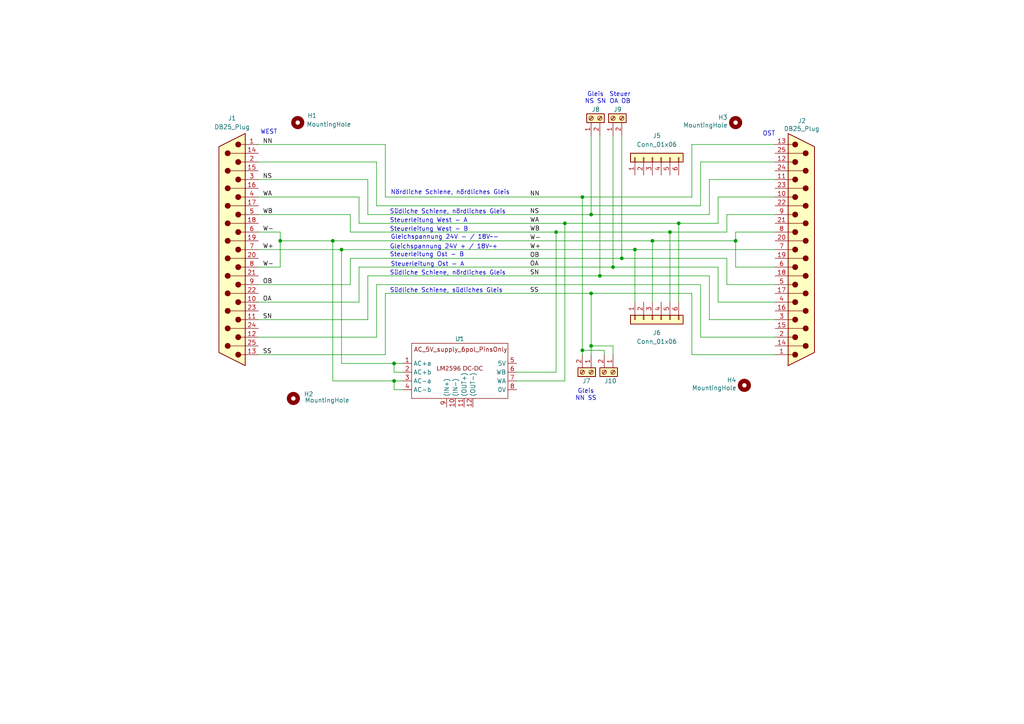
<source format=kicad_sch>
(kicad_sch (version 20231120) (generator "eeschema") (generator_version "8.0")
  (paper "A4")
  (title_block (date "2025-03-06"))
  (lib_symbols
    (symbol "Connector:DB25_Plug" (pin_names (offset 1.016) hide)
      (property "Reference" "J" (at 0 34.29 0))
      (property "Value" "DB25_Plug" (at 0 -34.925 0))
      (symbol "DB25_Plug_0_1"
        (circle (center -1.778 -30.48) (radius 0.762) (fill (type outline)))
        (circle (center -1.778 -25.4) (radius 0.762) (fill (type outline)))
        (circle (center -1.778 -20.32) (radius 0.762) (fill (type outline)))
        (circle (center -1.778 -15.24) (radius 0.762) (fill (type outline)))
        (circle (center -1.778 -10.16) (radius 0.762) (fill (type outline)))
        (circle (center -1.778 -5.08) (radius 0.762) (fill (type outline)))
        (circle (center -1.778 0) (radius 0.762) (fill (type outline)))
        (circle (center -1.778 5.08) (radius 0.762) (fill (type outline)))
        (circle (center -1.778 10.16) (radius 0.762) (fill (type outline)))
        (circle (center -1.778 15.24) (radius 0.762) (fill (type outline)))
        (circle (center -1.778 20.32) (radius 0.762) (fill (type outline)))
        (circle (center -1.778 25.4) (radius 0.762) (fill (type outline)))
        (circle (center -1.778 30.48) (radius 0.762) (fill (type outline)))
        (polyline (pts (xy -3.81 -30.48) (xy -2.54 -30.48)))
        (polyline (pts (xy -3.81 -27.94) (xy 0.508 -27.94)))
        (polyline (pts (xy -3.81 -25.4) (xy -2.54 -25.4)))
        (polyline (pts (xy -3.81 -22.86) (xy 0.508 -22.86)))
        (polyline (pts (xy -3.81 -20.32) (xy -2.54 -20.32)))
        (polyline (pts (xy -3.81 -17.78) (xy 0.508 -17.78)))
        (polyline (pts (xy -3.81 -15.24) (xy -2.54 -15.24)))
        (polyline (pts (xy -3.81 -12.7) (xy 0.508 -12.7)))
        (polyline (pts (xy -3.81 -10.16) (xy -2.54 -10.16)))
        (polyline (pts (xy -3.81 -7.62) (xy 0.508 -7.62)))
        (polyline (pts (xy -3.81 -5.08) (xy -2.54 -5.08)))
        (polyline (pts (xy -3.81 -2.54) (xy 0.508 -2.54)))
        (polyline (pts (xy -3.81 0) (xy -2.54 0)))
        (polyline (pts (xy -3.81 2.54) (xy 0.508 2.54)))
        (polyline (pts (xy -3.81 5.08) (xy -2.54 5.08)))
        (polyline (pts (xy -3.81 7.62) (xy 0.508 7.62)))
        (polyline (pts (xy -3.81 10.16) (xy -2.54 10.16)))
        (polyline (pts (xy -3.81 12.7) (xy 0.508 12.7)))
        (polyline (pts (xy -3.81 15.24) (xy -2.54 15.24)))
        (polyline (pts (xy -3.81 17.78) (xy 0.508 17.78)))
        (polyline (pts (xy -3.81 20.32) (xy -2.54 20.32)))
        (polyline (pts (xy -3.81 22.86) (xy 0.508 22.86)))
        (polyline (pts (xy -3.81 25.4) (xy -2.54 25.4)))
        (polyline (pts (xy -3.81 27.94) (xy 0.508 27.94)))
        (polyline (pts (xy -3.81 30.48) (xy -2.54 30.48)))
        (polyline (pts (xy -3.81 -33.655) (xy 3.81 -29.845) (xy 3.81 29.845) (xy -3.81 33.655) (xy -3.81 -33.655)) (stroke (width 0.254)) (fill (type background)))
        (circle (center 1.27 -27.94) (radius 0.762) (fill (type outline)))
        (circle (center 1.27 -22.86) (radius 0.762) (fill (type outline)))
        (circle (center 1.27 -17.78) (radius 0.762) (fill (type outline)))
        (circle (center 1.27 -12.7) (radius 0.762) (fill (type outline)))
        (circle (center 1.27 -7.62) (radius 0.762) (fill (type outline)))
        (circle (center 1.27 -2.54) (radius 0.762) (fill (type outline)))
        (circle (center 1.27 2.54) (radius 0.762) (fill (type outline)))
        (circle (center 1.27 7.62) (radius 0.762) (fill (type outline)))
        (circle (center 1.27 12.7) (radius 0.762) (fill (type outline)))
        (circle (center 1.27 17.78) (radius 0.762) (fill (type outline)))
        (circle (center 1.27 22.86) (radius 0.762) (fill (type outline)))
        (circle (center 1.27 27.94) (radius 0.762) (fill (type outline)))
      )
      (symbol "DB25_Plug_1_1"
        (pin passive line (at -7.62 -30.48 0) (length 3.81) (name "1") (number "1"))
        (pin passive line (at -7.62 15.24 0) (length 3.81) (name "10") (number "10"))
        (pin passive line (at -7.62 20.32 0) (length 3.81) (name "11") (number "11"))
        (pin passive line (at -7.62 25.4 0) (length 3.81) (name "12") (number "12"))
        (pin passive line (at -7.62 30.48 0) (length 3.81) (name "13") (number "13"))
        (pin passive line (at -7.62 -27.94 0) (length 3.81) (name "P14") (number "14"))
        (pin passive line (at -7.62 -22.86 0) (length 3.81) (name "P15") (number "15"))
        (pin passive line (at -7.62 -17.78 0) (length 3.81) (name "P16") (number "16"))
        (pin passive line (at -7.62 -12.7 0) (length 3.81) (name "P17") (number "17"))
        (pin passive line (at -7.62 -7.62 0) (length 3.81) (name "P18") (number "18"))
        (pin passive line (at -7.62 -2.54 0) (length 3.81) (name "P19") (number "19"))
        (pin passive line (at -7.62 -25.4 0) (length 3.81) (name "2") (number "2"))
        (pin passive line (at -7.62 2.54 0) (length 3.81) (name "P20") (number "20"))
        (pin passive line (at -7.62 7.62 0) (length 3.81) (name "P21") (number "21"))
        (pin passive line (at -7.62 12.7 0) (length 3.81) (name "P22") (number "22"))
        (pin passive line (at -7.62 17.78 0) (length 3.81) (name "P23") (number "23"))
        (pin passive line (at -7.62 22.86 0) (length 3.81) (name "P24") (number "24"))
        (pin passive line (at -7.62 27.94 0) (length 3.81) (name "P25") (number "25"))
        (pin passive line (at -7.62 -20.32 0) (length 3.81) (name "3") (number "3"))
        (pin passive line (at -7.62 -15.24 0) (length 3.81) (name "4") (number "4"))
        (pin passive line (at -7.62 -10.16 0) (length 3.81) (name "5") (number "5"))
        (pin passive line (at -7.62 -5.08 0) (length 3.81) (name "6") (number "6"))
        (pin passive line (at -7.62 0 0) (length 3.81) (name "7") (number "7"))
        (pin passive line (at -7.62 5.08 0) (length 3.81) (name "8") (number "8"))
        (pin passive line (at -7.62 10.16 0) (length 3.81) (name "9") (number "9"))
      )
    )
    (symbol "Connector_Generic:Conn_01x06" (pin_names (offset 1.016) hide)
      (property "Reference" "J" (at 0 7.62 0))
      (property "Value" "Conn_01x06" (at 0 -10.16 0))
      (symbol "Conn_01x06_1_1"
        (rectangle (start -1.27 -7.493) (end 0 -7.747) (stroke (width 0.1524)))
        (rectangle (start -1.27 -4.953) (end 0 -5.207) (stroke (width 0.1524)))
        (rectangle (start -1.27 -2.413) (end 0 -2.667) (stroke (width 0.1524)))
        (rectangle (start -1.27 0.127) (end 0 -0.127) (stroke (width 0.1524)))
        (rectangle (start -1.27 2.667) (end 0 2.413) (stroke (width 0.1524)))
        (rectangle (start -1.27 5.207) (end 0 4.953) (stroke (width 0.1524)))
        (rectangle (start -1.27 6.35) (end 1.27 -8.89) (stroke (width 0.254)) (fill (type background)))
        (pin passive line (at -5.08 5.08 0) (length 3.81) (name "Pin_1") (number "1"))
        (pin passive line (at -5.08 2.54 0) (length 3.81) (name "Pin_2") (number "2"))
        (pin passive line (at -5.08 0 0) (length 3.81) (name "Pin_3") (number "3"))
        (pin passive line (at -5.08 -2.54 0) (length 3.81) (name "Pin_4") (number "4"))
        (pin passive line (at -5.08 -5.08 0) (length 3.81) (name "Pin_5") (number "5"))
        (pin passive line (at -5.08 -7.62 0) (length 3.81) (name "Pin_6") (number "6"))
      )
    )
    (symbol "Mechanical:MountingHole" (pin_names (offset 1.016)) (exclude_from_sim yes) (in_bom no)
      (property "Reference" "H" (at 0 5.08 0))
      (property "Value" "MountingHole" (at 0 3.175 0))
      (symbol "MountingHole_0_1"
        (circle (center 0 0) (radius 1.27) (stroke (width 1.27)))
      )
    )
    (symbol "_kh_library:AC_5V_supply_6pol"
      (property "Reference" "U" (at 16.256 7.112 0))
      (symbol "AC_5V_supply_6pol_0_1"
        (rectangle (start 2.54 5.842) (end 30.48 -10.16))
      )
      (symbol "AC_5V_supply_6pol_1_1"
        (text "AC_5V_supply_6pol_PinsOnly" (at 16.764 4.064 0) (effects (font (size 1.27 1.27))))
        (text "LM2596 DC-DC" (at 16.51 -1.524 0) (effects (font (size 1.27 1.27))))
        (pin passive line (at 0 0 0) (length 2.54) (name "AC+a") (number "1"))
        (pin passive line (at 15.24 -12.7 90) (length 2.54) (name "(IN-)") (number "10"))
        (pin passive line (at 17.78 -12.7 90) (length 2.54) (name "(OUT+)") (number "11"))
        (pin passive line (at 20.32 -12.7 90) (length 2.54) (name "(OUT-)") (number "12"))
        (pin passive line (at 0 -2.54 0) (length 2.54) (name "AC+b") (number "2"))
        (pin passive line (at 0 -5.08 0) (length 2.54) (name "AC-a") (number "3"))
        (pin passive line (at 0 -7.62 0) (length 2.54) (name "AC-b") (number "4"))
        (pin passive line (at 33.02 0 180) (length 2.54) (name "5V") (number "5"))
        (pin passive line (at 33.02 -2.54 180) (length 2.54) (name "WB") (number "6"))
        (pin passive line (at 33.02 -5.08 180) (length 2.54) (name "WA") (number "7"))
        (pin passive line (at 33.02 -7.62 180) (length 2.54) (name "0V") (number "8"))
        (pin passive line (at 12.7 -12.7 90) (length 2.54) (name "(IN+)") (number "9"))
      )
    )
    (symbol "_kh_library:Screw_Terminal_01x02_P5" (pin_names (offset 1.016) hide)
      (property "Reference" "J" (at 2.286 0 0))
      (property "Value" "Screw_Terminal_01x02_P5" (at 6.35 -1.016 90))
      (symbol "Screw_Terminal_01x02_P5_1_1"
        (rectangle (start -1.27 1.27) (end 1.27 -3.81) (stroke (width 0.254)) (fill (type background)))
        (circle (center 0 -2.54) (radius 0.635) (stroke (width 0.1524)))
        (polyline (pts (xy -0.5334 -2.2098) (xy 0.3302 -3.048)) (stroke (width 0.1524)))
        (polyline (pts (xy -0.5334 0.3302) (xy 0.3302 -0.508)) (stroke (width 0.1524)))
        (polyline (pts (xy -0.3556 -2.032) (xy 0.508 -2.8702)) (stroke (width 0.1524)))
        (polyline (pts (xy -0.3556 0.508) (xy 0.508 -0.3302)) (stroke (width 0.1524)))
        (circle (center 0 0) (radius 0.635) (stroke (width 0.1524)))
        (pin passive line (at -5.08 0 0) (length 3.81) (name "Pin_1") (number "1"))
        (pin passive line (at -5.08 -2.54 0) (length 3.81) (name "Pin_2") (number "2"))
      )
    )
  )
  (junction (at 171.45 62.23))
  (junction (at 81.28 69.85))
  (junction (at 194.31 67.31))
  (junction (at 173.99 80.01))
  (junction (at 163.83 64.77))
  (junction (at 180.34 74.93))
  (junction (at 161.29 67.31))
  (junction (at 168.91 57.15))
  (junction (at 189.23 69.85))
  (junction (at 213.36 69.85))
  (junction (at 184.15 72.39))
  (junction (at 99.06 72.39))
  (junction (at 171.45 100.33))
  (junction (at 196.85 64.77))
  (junction (at 171.45 85.09))
  (junction (at 168.91 101.6))
  (junction (at 114.3 110.49))
  (junction (at 114.3 105.41))
  (junction (at 177.8 77.47))
  (junction (at 96.52 69.85))
  (wire (pts (xy 111.76 41.91) (xy 111.76 57.15)))
  (wire (pts (xy 171.45 85.09) (xy 171.45 100.33)))
  (wire (pts (xy 173.99 80.01) (xy 205.74 80.01)))
  (wire (pts (xy 177.8 100.33) (xy 171.45 100.33)))
  (wire (pts (xy 205.74 62.23) (xy 205.74 52.07)))
  (wire (pts (xy 210.82 62.23) (xy 224.79 62.23)))
  (wire (pts (xy 203.2 59.69) (xy 203.2 46.99)))
  (wire (pts (xy 200.66 102.87) (xy 224.79 102.87)))
  (wire (pts (xy 194.31 67.31) (xy 194.31 87.63)))
  (wire (pts (xy 184.15 72.39) (xy 184.15 87.63)))
  (wire (pts (xy 189.23 69.85) (xy 189.23 87.63)))
  (wire (pts (xy 74.93 41.91) (xy 111.76 41.91)))
  (wire (pts (xy 116.84 110.49) (xy 114.3 110.49)))
  (wire (pts (xy 168.91 57.15) (xy 200.66 57.15)))
  (wire (pts (xy 74.93 97.79) (xy 109.22 97.79)))
  (wire (pts (xy 194.31 67.31) (xy 210.82 67.31)))
  (wire (pts (xy 177.8 77.47) (xy 208.28 77.47)))
  (wire (pts (xy 74.93 102.87) (xy 111.76 102.87)))
  (wire (pts (xy 109.22 59.69) (xy 203.2 59.69)))
  (wire (pts (xy 168.91 101.6) (xy 175.26 101.6)))
  (wire (pts (xy 99.06 72.39) (xy 184.15 72.39)))
  (wire (pts (xy 189.23 69.85) (xy 213.36 69.85)))
  (wire (pts (xy 109.22 82.55) (xy 203.2 82.55)))
  (wire (pts (xy 208.28 64.77) (xy 208.28 57.15)))
  (wire (pts (xy 213.36 77.47) (xy 224.79 77.47)))
  (wire (pts (xy 161.29 107.95) (xy 161.29 67.31)))
  (wire (pts (xy 74.93 67.31) (xy 81.28 67.31)))
  (wire (pts (xy 74.93 82.55) (xy 101.6 82.55)))
  (wire (pts (xy 111.76 85.09) (xy 171.45 85.09)))
  (wire (pts (xy 104.14 87.63) (xy 104.14 77.47)))
  (wire (pts (xy 149.86 110.49) (xy 163.83 110.49)))
  (wire (pts (xy 200.66 57.15) (xy 200.66 41.91)))
  (wire (pts (xy 161.29 67.31) (xy 194.31 67.31)))
  (wire (pts (xy 74.93 52.07) (xy 106.68 52.07)))
  (wire (pts (xy 96.52 69.85) (xy 96.52 110.49)))
  (wire (pts (xy 99.06 72.39) (xy 99.06 105.41)))
  (wire (pts (xy 208.28 87.63) (xy 224.79 87.63)))
  (wire (pts (xy 210.82 74.93) (xy 210.82 82.55)))
  (wire (pts (xy 196.85 64.77) (xy 196.85 87.63)))
  (wire (pts (xy 111.76 102.87) (xy 111.76 85.09)))
  (wire (pts (xy 163.83 110.49) (xy 163.83 64.77)))
  (wire (pts (xy 74.93 46.99) (xy 109.22 46.99)))
  (wire (pts (xy 109.22 46.99) (xy 109.22 59.69)))
  (wire (pts (xy 114.3 107.95) (xy 116.84 107.95)))
  (wire (pts (xy 104.14 57.15) (xy 104.14 64.77)))
  (wire (pts (xy 114.3 105.41) (xy 114.3 107.95)))
  (wire (pts (xy 200.66 85.09) (xy 200.66 102.87)))
  (wire (pts (xy 173.99 39.37) (xy 173.99 80.01)))
  (wire (pts (xy 81.28 69.85) (xy 81.28 67.31)))
  (wire (pts (xy 180.34 74.93) (xy 210.82 74.93)))
  (wire (pts (xy 111.76 57.15) (xy 168.91 57.15)))
  (wire (pts (xy 205.74 52.07) (xy 224.79 52.07)))
  (wire (pts (xy 205.74 80.01) (xy 205.74 92.71)))
  (wire (pts (xy 114.3 110.49) (xy 114.3 113.03)))
  (wire (pts (xy 213.36 69.85) (xy 213.36 67.31)))
  (wire (pts (xy 106.68 92.71) (xy 106.68 80.01)))
  (wire (pts (xy 104.14 64.77) (xy 163.83 64.77)))
  (wire (pts (xy 213.36 69.85) (xy 213.36 77.47)))
  (wire (pts (xy 74.93 87.63) (xy 104.14 87.63)))
  (wire (pts (xy 74.93 62.23) (xy 101.6 62.23)))
  (wire (pts (xy 106.68 62.23) (xy 171.45 62.23)))
  (wire (pts (xy 208.28 77.47) (xy 208.28 87.63)))
  (wire (pts (xy 203.2 46.99) (xy 224.79 46.99)))
  (wire (pts (xy 74.93 72.39) (xy 99.06 72.39)))
  (wire (pts (xy 74.93 92.71) (xy 106.68 92.71)))
  (wire (pts (xy 109.22 97.79) (xy 109.22 82.55)))
  (wire (pts (xy 96.52 110.49) (xy 114.3 110.49)))
  (wire (pts (xy 177.8 39.37) (xy 177.8 77.47)))
  (wire (pts (xy 96.52 69.85) (xy 189.23 69.85)))
  (wire (pts (xy 99.06 105.41) (xy 114.3 105.41)))
  (wire (pts (xy 184.15 72.39) (xy 224.79 72.39)))
  (wire (pts (xy 171.45 100.33) (xy 171.45 102.87)))
  (wire (pts (xy 81.28 69.85) (xy 81.28 77.47)))
  (wire (pts (xy 106.68 52.07) (xy 106.68 62.23)))
  (wire (pts (xy 196.85 64.77) (xy 208.28 64.77)))
  (wire (pts (xy 116.84 105.41) (xy 114.3 105.41)))
  (wire (pts (xy 101.6 74.93) (xy 180.34 74.93)))
  (wire (pts (xy 210.82 67.31) (xy 210.82 62.23)))
  (wire (pts (xy 203.2 97.79) (xy 224.79 97.79)))
  (wire (pts (xy 101.6 67.31) (xy 161.29 67.31)))
  (wire (pts (xy 200.66 41.91) (xy 224.79 41.91)))
  (wire (pts (xy 114.3 113.03) (xy 116.84 113.03)))
  (wire (pts (xy 180.34 39.37) (xy 180.34 74.93)))
  (wire (pts (xy 149.86 107.95) (xy 161.29 107.95)))
  (wire (pts (xy 210.82 82.55) (xy 224.79 82.55)))
  (wire (pts (xy 163.83 64.77) (xy 196.85 64.77)))
  (wire (pts (xy 208.28 57.15) (xy 224.79 57.15)))
  (wire (pts (xy 171.45 85.09) (xy 200.66 85.09)))
  (wire (pts (xy 154.94 -12.7) (xy 148.59 -12.7)))
  (wire (pts (xy 74.93 77.47) (xy 81.28 77.47)))
  (wire (pts (xy 106.68 80.01) (xy 173.99 80.01)))
  (wire (pts (xy 177.8 102.87) (xy 177.8 100.33)))
  (wire (pts (xy 101.6 62.23) (xy 101.6 67.31)))
  (wire (pts (xy 205.74 92.71) (xy 224.79 92.71)))
  (wire (pts (xy 171.45 62.23) (xy 205.74 62.23)))
  (wire (pts (xy 203.2 82.55) (xy 203.2 97.79)))
  (wire (pts (xy 168.91 101.6) (xy 168.91 102.87)))
  (wire (pts (xy 171.45 39.37) (xy 171.45 62.23)))
  (wire (pts (xy 175.26 102.87) (xy 175.26 101.6)))
  (wire (pts (xy 168.91 57.15) (xy 168.91 101.6)))
  (wire (pts (xy 74.93 57.15) (xy 104.14 57.15)))
  (wire (pts (xy 101.6 82.55) (xy 101.6 74.93)))
  (wire (pts (xy 104.14 77.47) (xy 177.8 77.47)))
  (wire (pts (xy 81.28 69.85) (xy 96.52 69.85)))
  (wire (pts (xy 213.36 67.31) (xy 224.79 67.31)))
  (text "Gleis\nNS SN" (at 172.72 28.448 0) (effects (font (size 1.27 1.27))))
  (text "Südliche Schiene, südliches Gleis" (at 113.03 84.328 0) (effects (font (size 1.27 1.27)) (justify left)))
  (text "Südliche Schiene, nördliches Gleis" (at 113.03 61.468 0) (effects (font (size 1.27 1.27)) (justify left)))
  (text "Steuer\nOA OB" (at 179.832 28.448 0) (effects (font (size 1.27 1.27))))
  (text "Gleichspannung 24V - / 18V~-" (at 113.284 68.834 0) (effects (font (size 1.27 1.27)) (justify left)))
  (text "Nördliche Schiene, nördliches Gleis" (at 113.284 55.88 0) (effects (font (size 1.27 1.27)) (justify left)))
  (text "Steuerleitung West - A" (at 113.03 64.008 0) (effects (font (size 1.27 1.27)) (justify left)))
  (text "Steuerleitung Ost - B" (at 113.03 73.914 0) (effects (font (size 1.27 1.27)) (justify left)))
  (text "Steuerleitung West - B" (at 113.03 66.548 0) (effects (font (size 1.27 1.27)) (justify left)))
  (text "WEST" (at 77.978 38.354 0) (effects (font (size 1.27 1.27))))
  (text "Gleichspannung 24V + / 18V~+" (at 113.03 71.628 0) (effects (font (size 1.27 1.27)) (justify left)))
  (text "OST" (at 223.012 38.862 0) (effects (font (size 1.27 1.27))))
  (text "Gleis\nNN SS" (at 169.926 114.554 0) (effects (font (size 1.27 1.27))))
  (text "Südliche Schiene, nördliches Gleis" (at 113.03 79.248 0) (effects (font (size 1.27 1.27)) (justify left)))
  (text "Steuerleitung Ost - A" (at 113.284 76.708 0) (effects (font (size 1.27 1.27)) (justify left)))
  (label "NS" (at 153.67 62.23 0))
  (label "SN" (at 76.2 92.71 0))
  (label "WB" (at 153.67 67.31 0))
  (label "WB" (at 76.2 62.23 0))
  (label "WA" (at 76.2 57.15 0))
  (label "W-" (at 76.2 77.47 0))
  (label "WA" (at 153.67 64.77 0))
  (label "NS" (at 76.2 52.07 0))
  (label "OB" (at 76.2 82.55 0))
  (label "NN" (at 76.2 41.91 0))
  (label "SS" (at 153.67 85.09 0))
  (label "SS" (at 76.2 102.87 0))
  (label "OA" (at 153.67 77.47 0))
  (label "OA" (at 76.2 87.63 0))
  (label "W+" (at 153.67 72.39 0))
  (label "W-" (at 76.2 67.31 0))
  (label "NN" (at 153.67 57.15 0))
  (label "W-" (at 153.67 69.85 0))
  (label "W+" (at 76.2 72.39 0))
  (label "SN" (at 153.67 80.01 0))
  (label "OB" (at 153.67 74.93 0))
  (symbol (lib_id "Connector:DB25_Plug") (at 67.31 72.39 180) (unit 1)
    (property "Reference" "J1" (at 67.31 34.29 0))
    (property "Value" "DB25_Plug" (at 67.31 36.83 0))
    (property "Footprint" "_kh_library:DSUB-25_Male_Horizontal_P2.77x2.84mm_EdgePinOffset7.70mm_Housed_MountingHolesOffset9.12mm" (effects (hide yes)))
    (property "Description" "25-pin male plug pin D-SUB connector" (effects (hide yes)))
  )
  (symbol (lib_id "Mechanical:MountingHole") (at 215.9 111.76 180) (unit 1) (exclude_from_sim yes) (in_bom no)
    (property "Reference" "H4" (at 210.82 110.236 0) (effects (justify right)))
    (property "Value" "MountingHole" (at 200.66 112.522 0) (effects (justify right)))
    (property "Footprint" "MountingHole:MountingHole_2.7mm_M2.5_DIN965_Pad_TopBottom" (effects (hide yes)))
    (property "Description" "Mounting Hole without connection" (effects (hide yes)))
  )
  (symbol (lib_id "_kh_library:Screw_Terminal_01x02_P5") (at 171.45 34.29 90) (unit 1)
    (property "Reference" "J8" (at 173.99 31.75 90) (effects (justify left)))
    (property "Value" "Screw_Terminal_01x02_P5" (effects (hide yes)))
    (property "Footprint" "_kh_library:Screw_Terminal_01x02_P5" (effects (hide yes)))
    (property "Description" "Generic screw terminal, single row, 01x02" (effects (hide yes)))
  )
  (symbol (lib_id "_kh_library:Screw_Terminal_01x02_P5") (at 171.45 107.95 270) (unit 1)
    (property "Reference" "J7" (at 168.91 110.49 90) (effects (justify left)))
    (property "Value" "Screw_Terminal_01x02_P5" (effects (hide yes)))
    (property "Footprint" "_kh_library:Screw_Terminal_01x02_P5" (effects (hide yes)))
    (property "Description" "Generic screw terminal, single row, 01x02" (effects (hide yes)))
  )
  (symbol (lib_id "_kh_library:AC_5V_supply_6pol") (at 116.84 105.41 0) (unit 1)
    (property "Reference" "U1" (at 133.35 98.298 0))
    (property "Value" "~" (at 133.35 97.79 0))
    (property "Footprint" "_kh_library:AC_5V_supply_6pol_PinsOnly" (effects (hide yes)))
  )
  (symbol (lib_id "Connector_Generic:Conn_01x06") (at 189.23 92.71 90) (mirror x) (unit 1)
    (property "Reference" "J6" (at 190.5 96.52 90))
    (property "Value" "Conn_01x06" (at 190.5 99.06 90))
    (property "Footprint" "_kh_library:PinSocket_1x06_P2.54mm_Vertical_1.1_kh" (effects (hide yes)))
    (property "Description" "Generic connector, single row, 01x06, script generated (kicad-library-utils/schlib/autogen/connector/)" (effects (hide yes)))
  )
  (symbol (lib_id "Connector_Generic:Conn_01x06") (at 189.23 45.72 90) (unit 1)
    (property "Reference" "J5" (at 190.5 39.37 90))
    (property "Value" "Conn_01x06" (at 190.5 41.91 90))
    (property "Footprint" "_kh_library:PinSocket_1x06_P2.54mm_Vertical_1.1_kh" (effects (hide yes)))
    (property "Description" "Generic connector, single row, 01x06, script generated (kicad-library-utils/schlib/autogen/connector/)" (effects (hide yes)))
  )
  (symbol (lib_id "_kh_library:Screw_Terminal_01x02_P5") (at 177.8 107.95 270) (unit 1)
    (property "Reference" "J10" (at 175.26 110.49 90) (effects (justify left)))
    (property "Value" "Screw_Terminal_01x02_P5" (effects (hide yes)))
    (property "Footprint" "_kh_library:Screw_Terminal_01x02_P5" (effects (hide yes)))
    (property "Description" "Generic screw terminal, single row, 01x02" (effects (hide yes)))
  )
  (symbol (lib_id "Connector:DB25_Plug") (at 232.41 72.39 0) (unit 1)
    (property "Reference" "J2" (at 231.394 35.052 0) (effects (justify left)))
    (property "Value" "DB25_Plug" (at 227.33 37.338 0) (effects (justify left)))
    (property "Footprint" "_kh_library:DSUB-25_Male_Horizontal_P2.77x2.84mm_EdgePinOffset7.70mm_Housed_MountingHolesOffset9.12mm" (effects (hide yes)))
    (property "Description" "25-pin male plug pin D-SUB connector" (effects (hide yes)))
  )
  (symbol (lib_id "Mechanical:MountingHole") (at 86.36 35.56 180) (unit 1) (exclude_from_sim yes) (in_bom no)
    (property "Reference" "H1" (at 89.154 33.528 0) (effects (justify right)))
    (property "Value" "MountingHole" (at 88.9 36.068 0) (effects (justify right)))
    (property "Footprint" "MountingHole:MountingHole_2.7mm_M2.5_DIN965_Pad_TopBottom" (effects (hide yes)))
    (property "Description" "Mounting Hole without connection" (effects (hide yes)))
  )
  (symbol (lib_id "Mechanical:MountingHole") (at 85.09 115.57 180) (unit 1) (exclude_from_sim yes) (in_bom no)
    (property "Reference" "H2" (at 88.138 114.3 0) (effects (justify right)))
    (property "Value" "MountingHole" (at 88.392 116.078 0) (effects (justify right)))
    (property "Footprint" "MountingHole:MountingHole_2.7mm_M2.5_DIN965_Pad_TopBottom" (effects (hide yes)))
    (property "Description" "Mounting Hole without connection" (effects (hide yes)))
  )
  (symbol (lib_id "Mechanical:MountingHole") (at 213.36 35.56 180) (unit 1) (exclude_from_sim yes) (in_bom no)
    (property "Reference" "H3" (at 208.28 34.036 0) (effects (justify right)))
    (property "Value" "MountingHole" (at 198.12 36.322 0) (effects (justify right)))
    (property "Footprint" "MountingHole:MountingHole_2.7mm_M2.5_DIN965_Pad_TopBottom" (effects (hide yes)))
    (property "Description" "Mounting Hole without connection" (effects (hide yes)))
  )
  (symbol (lib_id "_kh_library:Screw_Terminal_01x02_P5") (at 177.8 34.29 90) (unit 1)
    (property "Reference" "J9" (at 180.34 31.75 90) (effects (justify left)))
    (property "Value" "Screw_Terminal_01x02_P5" (effects (hide yes)))
    (property "Footprint" "_kh_library:Screw_Terminal_01x02_P5" (effects (hide yes)))
    (property "Description" "Generic screw terminal, single row, 01x02" (effects (hide yes)))
  )
)
</source>
